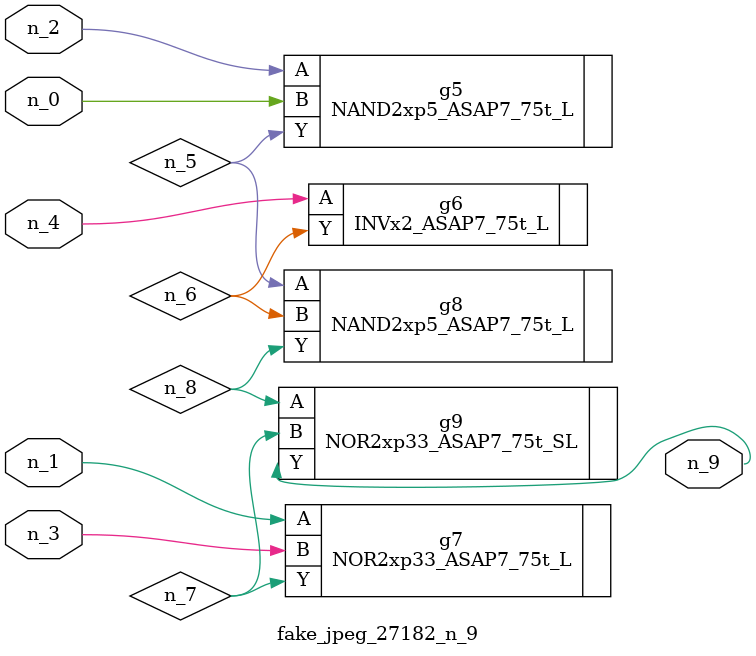
<source format=v>
module fake_jpeg_27182_n_9 (n_3, n_2, n_1, n_0, n_4, n_9);

input n_3;
input n_2;
input n_1;
input n_0;
input n_4;

output n_9;

wire n_8;
wire n_6;
wire n_5;
wire n_7;

NAND2xp5_ASAP7_75t_L g5 ( 
.A(n_2),
.B(n_0),
.Y(n_5)
);

INVx2_ASAP7_75t_L g6 ( 
.A(n_4),
.Y(n_6)
);

NOR2xp33_ASAP7_75t_L g7 ( 
.A(n_1),
.B(n_3),
.Y(n_7)
);

NAND2xp5_ASAP7_75t_L g8 ( 
.A(n_5),
.B(n_6),
.Y(n_8)
);

NOR2xp33_ASAP7_75t_SL g9 ( 
.A(n_8),
.B(n_7),
.Y(n_9)
);


endmodule
</source>
